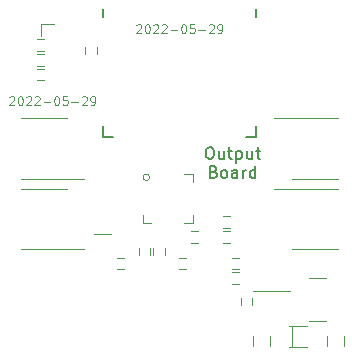
<source format=gbr>
%TF.GenerationSoftware,KiCad,Pcbnew,(6.0.5-0)*%
%TF.CreationDate,2022-08-15T15:57:21+01:00*%
%TF.ProjectId,Relay8,52656c61-7938-42e6-9b69-6361645f7063,1*%
%TF.SameCoordinates,Original*%
%TF.FileFunction,Legend,Top*%
%TF.FilePolarity,Positive*%
%FSLAX46Y46*%
G04 Gerber Fmt 4.6, Leading zero omitted, Abs format (unit mm)*
G04 Created by KiCad (PCBNEW (6.0.5-0)) date 2022-08-15 15:57:21*
%MOMM*%
%LPD*%
G01*
G04 APERTURE LIST*
%ADD10C,0.100000*%
%ADD11C,0.150000*%
%ADD12C,0.200000*%
%ADD13C,0.120000*%
G04 APERTURE END LIST*
D10*
X90357142Y-38160714D02*
X90392857Y-38125000D01*
X90464285Y-38089285D01*
X90642857Y-38089285D01*
X90714285Y-38125000D01*
X90750000Y-38160714D01*
X90785714Y-38232142D01*
X90785714Y-38303571D01*
X90750000Y-38410714D01*
X90321428Y-38839285D01*
X90785714Y-38839285D01*
X91250000Y-38089285D02*
X91321428Y-38089285D01*
X91392857Y-38125000D01*
X91428571Y-38160714D01*
X91464285Y-38232142D01*
X91500000Y-38375000D01*
X91500000Y-38553571D01*
X91464285Y-38696428D01*
X91428571Y-38767857D01*
X91392857Y-38803571D01*
X91321428Y-38839285D01*
X91250000Y-38839285D01*
X91178571Y-38803571D01*
X91142857Y-38767857D01*
X91107142Y-38696428D01*
X91071428Y-38553571D01*
X91071428Y-38375000D01*
X91107142Y-38232142D01*
X91142857Y-38160714D01*
X91178571Y-38125000D01*
X91250000Y-38089285D01*
X91785714Y-38160714D02*
X91821428Y-38125000D01*
X91892857Y-38089285D01*
X92071428Y-38089285D01*
X92142857Y-38125000D01*
X92178571Y-38160714D01*
X92214285Y-38232142D01*
X92214285Y-38303571D01*
X92178571Y-38410714D01*
X91750000Y-38839285D01*
X92214285Y-38839285D01*
X92500000Y-38160714D02*
X92535714Y-38125000D01*
X92607142Y-38089285D01*
X92785714Y-38089285D01*
X92857142Y-38125000D01*
X92892857Y-38160714D01*
X92928571Y-38232142D01*
X92928571Y-38303571D01*
X92892857Y-38410714D01*
X92464285Y-38839285D01*
X92928571Y-38839285D01*
X93250000Y-38553571D02*
X93821428Y-38553571D01*
X94321428Y-38089285D02*
X94392857Y-38089285D01*
X94464285Y-38125000D01*
X94500000Y-38160714D01*
X94535714Y-38232142D01*
X94571428Y-38375000D01*
X94571428Y-38553571D01*
X94535714Y-38696428D01*
X94500000Y-38767857D01*
X94464285Y-38803571D01*
X94392857Y-38839285D01*
X94321428Y-38839285D01*
X94250000Y-38803571D01*
X94214285Y-38767857D01*
X94178571Y-38696428D01*
X94142857Y-38553571D01*
X94142857Y-38375000D01*
X94178571Y-38232142D01*
X94214285Y-38160714D01*
X94250000Y-38125000D01*
X94321428Y-38089285D01*
X95250000Y-38089285D02*
X94892857Y-38089285D01*
X94857142Y-38446428D01*
X94892857Y-38410714D01*
X94964285Y-38375000D01*
X95142857Y-38375000D01*
X95214285Y-38410714D01*
X95250000Y-38446428D01*
X95285714Y-38517857D01*
X95285714Y-38696428D01*
X95250000Y-38767857D01*
X95214285Y-38803571D01*
X95142857Y-38839285D01*
X94964285Y-38839285D01*
X94892857Y-38803571D01*
X94857142Y-38767857D01*
X95607142Y-38553571D02*
X96178571Y-38553571D01*
X96500000Y-38160714D02*
X96535714Y-38125000D01*
X96607142Y-38089285D01*
X96785714Y-38089285D01*
X96857142Y-38125000D01*
X96892857Y-38160714D01*
X96928571Y-38232142D01*
X96928571Y-38303571D01*
X96892857Y-38410714D01*
X96464285Y-38839285D01*
X96928571Y-38839285D01*
X97285714Y-38839285D02*
X97428571Y-38839285D01*
X97500000Y-38803571D01*
X97535714Y-38767857D01*
X97607142Y-38660714D01*
X97642857Y-38517857D01*
X97642857Y-38232142D01*
X97607142Y-38160714D01*
X97571428Y-38125000D01*
X97500000Y-38089285D01*
X97357142Y-38089285D01*
X97285714Y-38125000D01*
X97250000Y-38160714D01*
X97214285Y-38232142D01*
X97214285Y-38410714D01*
X97250000Y-38482142D01*
X97285714Y-38517857D01*
X97357142Y-38553571D01*
X97500000Y-38553571D01*
X97571428Y-38517857D01*
X97607142Y-38482142D01*
X97642857Y-38410714D01*
D11*
X107226190Y-42397380D02*
X107416666Y-42397380D01*
X107511904Y-42445000D01*
X107607142Y-42540238D01*
X107654761Y-42730714D01*
X107654761Y-43064047D01*
X107607142Y-43254523D01*
X107511904Y-43349761D01*
X107416666Y-43397380D01*
X107226190Y-43397380D01*
X107130952Y-43349761D01*
X107035714Y-43254523D01*
X106988095Y-43064047D01*
X106988095Y-42730714D01*
X107035714Y-42540238D01*
X107130952Y-42445000D01*
X107226190Y-42397380D01*
X108511904Y-42730714D02*
X108511904Y-43397380D01*
X108083333Y-42730714D02*
X108083333Y-43254523D01*
X108130952Y-43349761D01*
X108226190Y-43397380D01*
X108369047Y-43397380D01*
X108464285Y-43349761D01*
X108511904Y-43302142D01*
X108845238Y-42730714D02*
X109226190Y-42730714D01*
X108988095Y-42397380D02*
X108988095Y-43254523D01*
X109035714Y-43349761D01*
X109130952Y-43397380D01*
X109226190Y-43397380D01*
X109559523Y-42730714D02*
X109559523Y-43730714D01*
X109559523Y-42778333D02*
X109654761Y-42730714D01*
X109845238Y-42730714D01*
X109940476Y-42778333D01*
X109988095Y-42825952D01*
X110035714Y-42921190D01*
X110035714Y-43206904D01*
X109988095Y-43302142D01*
X109940476Y-43349761D01*
X109845238Y-43397380D01*
X109654761Y-43397380D01*
X109559523Y-43349761D01*
X110892857Y-42730714D02*
X110892857Y-43397380D01*
X110464285Y-42730714D02*
X110464285Y-43254523D01*
X110511904Y-43349761D01*
X110607142Y-43397380D01*
X110750000Y-43397380D01*
X110845238Y-43349761D01*
X110892857Y-43302142D01*
X111226190Y-42730714D02*
X111607142Y-42730714D01*
X111369047Y-42397380D02*
X111369047Y-43254523D01*
X111416666Y-43349761D01*
X111511904Y-43397380D01*
X111607142Y-43397380D01*
X107654761Y-44483571D02*
X107797619Y-44531190D01*
X107845238Y-44578809D01*
X107892857Y-44674047D01*
X107892857Y-44816904D01*
X107845238Y-44912142D01*
X107797619Y-44959761D01*
X107702380Y-45007380D01*
X107321428Y-45007380D01*
X107321428Y-44007380D01*
X107654761Y-44007380D01*
X107750000Y-44055000D01*
X107797619Y-44102619D01*
X107845238Y-44197857D01*
X107845238Y-44293095D01*
X107797619Y-44388333D01*
X107750000Y-44435952D01*
X107654761Y-44483571D01*
X107321428Y-44483571D01*
X108464285Y-45007380D02*
X108369047Y-44959761D01*
X108321428Y-44912142D01*
X108273809Y-44816904D01*
X108273809Y-44531190D01*
X108321428Y-44435952D01*
X108369047Y-44388333D01*
X108464285Y-44340714D01*
X108607142Y-44340714D01*
X108702380Y-44388333D01*
X108750000Y-44435952D01*
X108797619Y-44531190D01*
X108797619Y-44816904D01*
X108750000Y-44912142D01*
X108702380Y-44959761D01*
X108607142Y-45007380D01*
X108464285Y-45007380D01*
X109654761Y-45007380D02*
X109654761Y-44483571D01*
X109607142Y-44388333D01*
X109511904Y-44340714D01*
X109321428Y-44340714D01*
X109226190Y-44388333D01*
X109654761Y-44959761D02*
X109559523Y-45007380D01*
X109321428Y-45007380D01*
X109226190Y-44959761D01*
X109178571Y-44864523D01*
X109178571Y-44769285D01*
X109226190Y-44674047D01*
X109321428Y-44626428D01*
X109559523Y-44626428D01*
X109654761Y-44578809D01*
X110130952Y-45007380D02*
X110130952Y-44340714D01*
X110130952Y-44531190D02*
X110178571Y-44435952D01*
X110226190Y-44388333D01*
X110321428Y-44340714D01*
X110416666Y-44340714D01*
X111178571Y-45007380D02*
X111178571Y-44007380D01*
X111178571Y-44959761D02*
X111083333Y-45007380D01*
X110892857Y-45007380D01*
X110797619Y-44959761D01*
X110750000Y-44912142D01*
X110702380Y-44816904D01*
X110702380Y-44531190D01*
X110750000Y-44435952D01*
X110797619Y-44388333D01*
X110892857Y-44340714D01*
X111083333Y-44340714D01*
X111178571Y-44388333D01*
D10*
%TO.C,U1*%
X101107142Y-32060714D02*
X101142857Y-32025000D01*
X101214285Y-31989285D01*
X101392857Y-31989285D01*
X101464285Y-32025000D01*
X101500000Y-32060714D01*
X101535714Y-32132142D01*
X101535714Y-32203571D01*
X101500000Y-32310714D01*
X101071428Y-32739285D01*
X101535714Y-32739285D01*
X102000000Y-31989285D02*
X102071428Y-31989285D01*
X102142857Y-32025000D01*
X102178571Y-32060714D01*
X102214285Y-32132142D01*
X102250000Y-32275000D01*
X102250000Y-32453571D01*
X102214285Y-32596428D01*
X102178571Y-32667857D01*
X102142857Y-32703571D01*
X102071428Y-32739285D01*
X102000000Y-32739285D01*
X101928571Y-32703571D01*
X101892857Y-32667857D01*
X101857142Y-32596428D01*
X101821428Y-32453571D01*
X101821428Y-32275000D01*
X101857142Y-32132142D01*
X101892857Y-32060714D01*
X101928571Y-32025000D01*
X102000000Y-31989285D01*
X102535714Y-32060714D02*
X102571428Y-32025000D01*
X102642857Y-31989285D01*
X102821428Y-31989285D01*
X102892857Y-32025000D01*
X102928571Y-32060714D01*
X102964285Y-32132142D01*
X102964285Y-32203571D01*
X102928571Y-32310714D01*
X102500000Y-32739285D01*
X102964285Y-32739285D01*
X103250000Y-32060714D02*
X103285714Y-32025000D01*
X103357142Y-31989285D01*
X103535714Y-31989285D01*
X103607142Y-32025000D01*
X103642857Y-32060714D01*
X103678571Y-32132142D01*
X103678571Y-32203571D01*
X103642857Y-32310714D01*
X103214285Y-32739285D01*
X103678571Y-32739285D01*
X104000000Y-32453571D02*
X104571428Y-32453571D01*
X105071428Y-31989285D02*
X105142857Y-31989285D01*
X105214285Y-32025000D01*
X105250000Y-32060714D01*
X105285714Y-32132142D01*
X105321428Y-32275000D01*
X105321428Y-32453571D01*
X105285714Y-32596428D01*
X105250000Y-32667857D01*
X105214285Y-32703571D01*
X105142857Y-32739285D01*
X105071428Y-32739285D01*
X105000000Y-32703571D01*
X104964285Y-32667857D01*
X104928571Y-32596428D01*
X104892857Y-32453571D01*
X104892857Y-32275000D01*
X104928571Y-32132142D01*
X104964285Y-32060714D01*
X105000000Y-32025000D01*
X105071428Y-31989285D01*
X106000000Y-31989285D02*
X105642857Y-31989285D01*
X105607142Y-32346428D01*
X105642857Y-32310714D01*
X105714285Y-32275000D01*
X105892857Y-32275000D01*
X105964285Y-32310714D01*
X106000000Y-32346428D01*
X106035714Y-32417857D01*
X106035714Y-32596428D01*
X106000000Y-32667857D01*
X105964285Y-32703571D01*
X105892857Y-32739285D01*
X105714285Y-32739285D01*
X105642857Y-32703571D01*
X105607142Y-32667857D01*
X106357142Y-32453571D02*
X106928571Y-32453571D01*
X107250000Y-32060714D02*
X107285714Y-32025000D01*
X107357142Y-31989285D01*
X107535714Y-31989285D01*
X107607142Y-32025000D01*
X107642857Y-32060714D01*
X107678571Y-32132142D01*
X107678571Y-32203571D01*
X107642857Y-32310714D01*
X107214285Y-32739285D01*
X107678571Y-32739285D01*
X108035714Y-32739285D02*
X108178571Y-32739285D01*
X108250000Y-32703571D01*
X108285714Y-32667857D01*
X108357142Y-32560714D01*
X108392857Y-32417857D01*
X108392857Y-32132142D01*
X108357142Y-32060714D01*
X108321428Y-32025000D01*
X108250000Y-31989285D01*
X108107142Y-31989285D01*
X108035714Y-32025000D01*
X108000000Y-32060714D01*
X107964285Y-32132142D01*
X107964285Y-32310714D01*
X108000000Y-32382142D01*
X108035714Y-32417857D01*
X108107142Y-32453571D01*
X108250000Y-32453571D01*
X108321428Y-32417857D01*
X108357142Y-32382142D01*
X108392857Y-32310714D01*
D12*
X98250000Y-40600000D02*
X98250000Y-41500000D01*
X111250000Y-30700000D02*
X111250000Y-31400000D01*
X98250000Y-30700000D02*
X98250000Y-31400000D01*
X111250000Y-40600000D02*
X111250000Y-41500000D01*
X111250000Y-41500000D02*
X110350000Y-41500000D01*
X98250000Y-41500000D02*
X99150000Y-41500000D01*
D13*
%TO.C,U2*%
X102365000Y-48860000D02*
X101640000Y-48860000D01*
X105135000Y-48860000D02*
X105860000Y-48860000D01*
X105135000Y-44640000D02*
X105860000Y-44640000D01*
X105860000Y-48860000D02*
X105860000Y-48135000D01*
X105860000Y-44640000D02*
X105860000Y-45365000D01*
X101640000Y-48860000D02*
X101640000Y-48135000D01*
X102232843Y-44950000D02*
G75*
G03*
X102232843Y-44950000I-282843J0D01*
G01*
%TO.C,C1*%
X108450000Y-50500000D02*
X109050000Y-50500000D01*
X108450000Y-49500000D02*
X109050000Y-49500000D01*
%TO.C,R5*%
X105300000Y-51750000D02*
X104700000Y-51750000D01*
X105300000Y-52750000D02*
X104700000Y-52750000D01*
%TO.C,U6*%
X116250000Y-39940000D02*
X118200000Y-39940000D01*
X116250000Y-45060000D02*
X118200000Y-45060000D01*
X116250000Y-45060000D02*
X114300000Y-45060000D01*
X116250000Y-39940000D02*
X112800000Y-39940000D01*
%TO.C,R12*%
X109200000Y-54000000D02*
X109800000Y-54000000D01*
X109200000Y-53000000D02*
X109800000Y-53000000D01*
%TO.C,R11*%
X109200000Y-51750000D02*
X109800000Y-51750000D01*
X109200000Y-52750000D02*
X109800000Y-52750000D01*
%TO.C,R2*%
X105700000Y-50500000D02*
X106300000Y-50500000D01*
X105700000Y-49500000D02*
X106300000Y-49500000D01*
%TO.C,U5*%
X93250000Y-51060000D02*
X96700000Y-51060000D01*
X93250000Y-45940000D02*
X95200000Y-45940000D01*
X93250000Y-51060000D02*
X91300000Y-51060000D01*
X93250000Y-45940000D02*
X91300000Y-45940000D01*
%TO.C,D2*%
X97500000Y-49750000D02*
X99000000Y-49750000D01*
%TO.C,U7*%
X110900000Y-55200000D02*
X110900000Y-55800000D01*
X114050000Y-57550000D02*
X115550000Y-57550000D01*
X117250000Y-58350000D02*
X117250000Y-59250000D01*
X115750000Y-53450000D02*
X117150000Y-53450000D01*
X114275000Y-57625000D02*
X114275000Y-59225000D01*
X115750000Y-57150000D02*
X117150000Y-57150000D01*
X112400000Y-58350000D02*
X112400000Y-59250000D01*
X111000000Y-58350000D02*
X111000000Y-59250000D01*
X111000000Y-54575000D02*
X114100000Y-54575000D01*
X110000000Y-55200000D02*
X110000000Y-55800000D01*
X118650000Y-58350000D02*
X118650000Y-59250000D01*
X114050000Y-59300000D02*
X115550000Y-59300000D01*
%TO.C,R3*%
X108450000Y-48250000D02*
X109050000Y-48250000D01*
X108450000Y-49250000D02*
X109050000Y-49250000D01*
%TO.C,R9*%
X92700000Y-35500000D02*
X93300000Y-35500000D01*
X92700000Y-34500000D02*
X93300000Y-34500000D01*
%TO.C,U4*%
X116250000Y-45940000D02*
X118200000Y-45940000D01*
X116250000Y-51060000D02*
X118200000Y-51060000D01*
X116250000Y-51060000D02*
X114300000Y-51060000D01*
X116250000Y-45940000D02*
X112800000Y-45940000D01*
%TO.C,R8*%
X92700000Y-34250000D02*
X93300000Y-34250000D01*
X92700000Y-33250000D02*
X93300000Y-33250000D01*
%TO.C,R6*%
X102300000Y-51550000D02*
X102300000Y-50950000D01*
X101300000Y-51550000D02*
X101300000Y-50950000D01*
%TO.C,R1*%
X97750000Y-34550000D02*
X97750000Y-33950000D01*
X96750000Y-34550000D02*
X96750000Y-33950000D01*
%TO.C,R7*%
X102500000Y-50950000D02*
X102500000Y-51550000D01*
X103500000Y-50950000D02*
X103500000Y-51550000D01*
%TO.C,D1*%
X94100000Y-32000000D02*
X93000000Y-32000000D01*
X93000000Y-32000000D02*
X93000000Y-33000000D01*
%TO.C,R4*%
X100100000Y-51750000D02*
X99500000Y-51750000D01*
X100100000Y-52750000D02*
X99500000Y-52750000D01*
%TO.C,R10*%
X92700000Y-35750000D02*
X93300000Y-35750000D01*
X92700000Y-36750000D02*
X93300000Y-36750000D01*
%TO.C,U3*%
X93250000Y-45060000D02*
X96700000Y-45060000D01*
X93250000Y-39940000D02*
X91300000Y-39940000D01*
X93250000Y-39940000D02*
X95200000Y-39940000D01*
X93250000Y-45060000D02*
X91300000Y-45060000D01*
%TD*%
M02*

</source>
